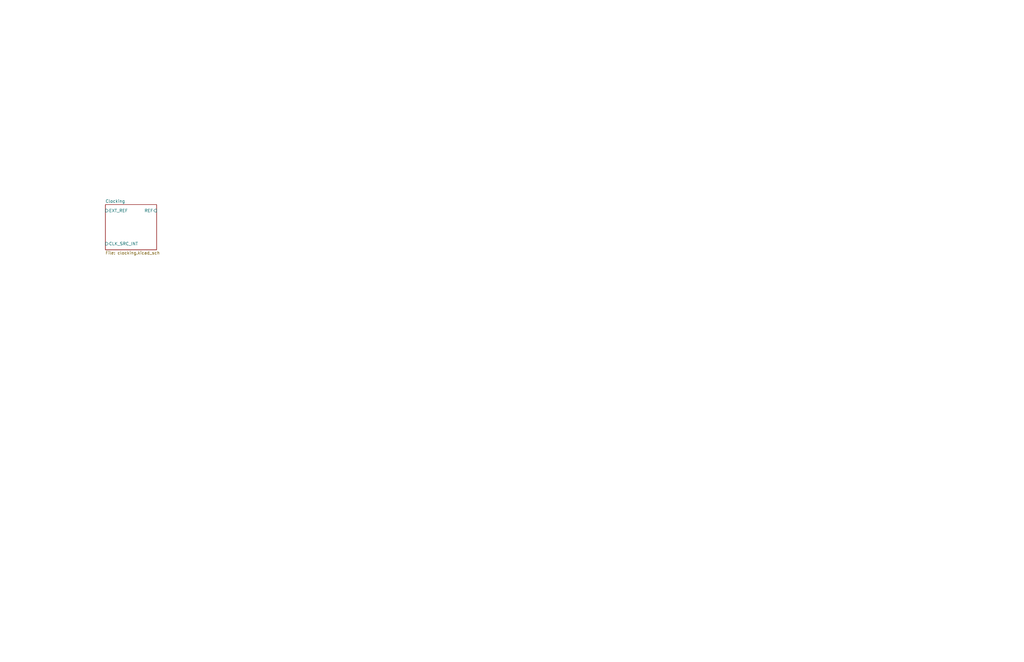
<source format=kicad_sch>
(kicad_sch
	(version 20231120)
	(generator "eeschema")
	(generator_version "8.0")
	(uuid "49f19363-9055-4ac9-9bec-b181bee16fd6")
	(paper "B")
	(lib_symbols)
	(sheet
		(at 44.45 86.36)
		(size 21.59 19.05)
		(fields_autoplaced yes)
		(stroke
			(width 0.1524)
			(type solid)
		)
		(fill
			(color 0 0 0 0.0000)
		)
		(uuid "aad8eeef-823b-4aa3-85ff-242b96ebd398")
		(property "Sheetname" "Clocking"
			(at 44.45 85.6484 0)
			(effects
				(font
					(size 1.27 1.27)
				)
				(justify left bottom)
			)
		)
		(property "Sheetfile" "clocking.kicad_sch"
			(at 44.45 105.9946 0)
			(effects
				(font
					(size 1.27 1.27)
				)
				(justify left top)
			)
		)
		(pin "EXT_REF" input
			(at 44.45 88.9 180)
			(effects
				(font
					(size 1.27 1.27)
				)
				(justify left)
			)
			(uuid "f809f10f-93b8-4149-98bf-aaa2b028ca83")
		)
		(pin "CLK_SRC_INT" input
			(at 44.45 102.87 180)
			(effects
				(font
					(size 1.27 1.27)
				)
				(justify left)
			)
			(uuid "cf446799-3375-42e1-a527-9ddaa77371ae")
		)
		(pin "REF" input
			(at 66.04 88.9 0)
			(effects
				(font
					(size 1.27 1.27)
				)
				(justify right)
			)
			(uuid "51ef9f7b-a565-4436-8ad6-9a4d125ff093")
		)
		(instances
			(project "siggen"
				(path "/49f19363-9055-4ac9-9bec-b181bee16fd6"
					(page "2")
				)
			)
		)
	)
	(sheet_instances
		(path "/"
			(page "1")
		)
	)
)
</source>
